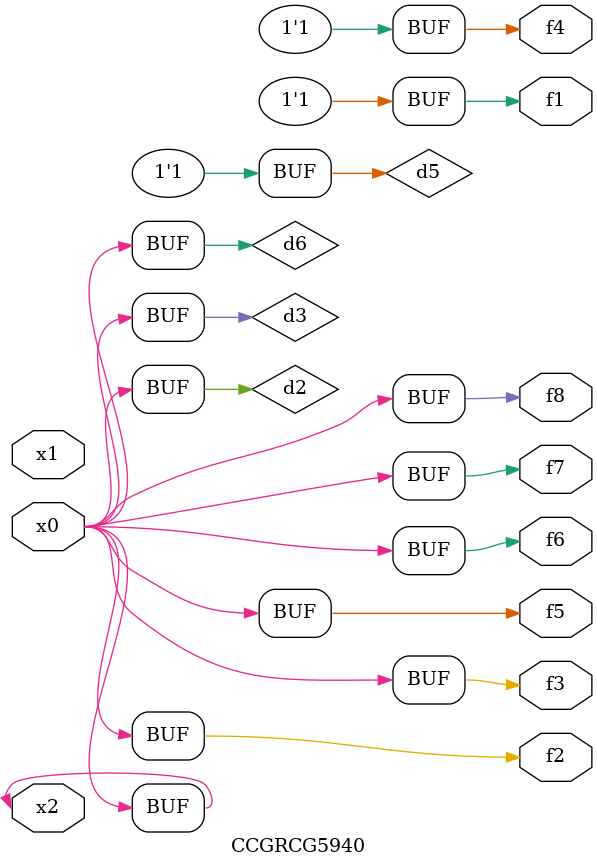
<source format=v>
module CCGRCG5940(
	input x0, x1, x2,
	output f1, f2, f3, f4, f5, f6, f7, f8
);

	wire d1, d2, d3, d4, d5, d6;

	xnor (d1, x2);
	buf (d2, x0, x2);
	and (d3, x0);
	xnor (d4, x1, x2);
	nand (d5, d1, d3);
	buf (d6, d2, d3);
	assign f1 = d5;
	assign f2 = d6;
	assign f3 = d6;
	assign f4 = d5;
	assign f5 = d6;
	assign f6 = d6;
	assign f7 = d6;
	assign f8 = d6;
endmodule

</source>
